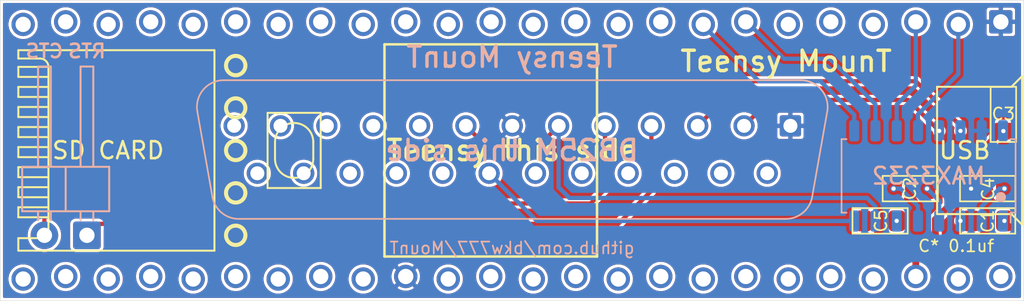
<source format=kicad_pcb>
(kicad_pcb (version 20171130) (host pcbnew 5.1.6-c6e7f7d~87~ubuntu20.04.1)
  (layers (0 F.Cu signal) (31 B.Cu signal) (34 B.Paste user hide) (35 F.Paste user hide) (36 B.SilkS user) (37 F.SilkS user) (38 B.Mask user) (39 F.Mask user hide) (44 Edge.Cuts user))
  (net 0 "")
  (net 1 GND)
  (net 2 "Net-(C1-Pad1)")
  (net 3 "Net-(C1-Pad2)")
  (net 4 "Net-(C2-Pad1)")
  (net 5 "Net-(C2-Pad2)")
  (net 6 "Net-(C4-Pad1)")
  (net 7 "Net-(C5-Pad1)")
  (net 8 +3V3)
  (net 9 /DTR_TTL)
  (net 10 /DSR_TTL)
  (net 11 /TX_TTL)
  (net 12 /RX_TTL)
  (net 13 /DTR_232)
  (net 14 /DCD_232)
  (net 15 /DSR_232)
  (net 16 /CTS_232)
  (net 17 /RTS_232)
  (net 18 /RX_232)
  (net 19 /TX_232)
  (module 0_LOCAL:Teensy_MounT_stagger_6mil (layer F.Cu) (at 147.32 96.52 180)
    (fp_text reference J1 hide)
    (fp_text value Teensy)
    (fp_line (start 29.5 5) (end 29.5 4.4) (layer F.SilkS) (width 0.12))
    (fp_line (start 29.5 3.8) (end 29.5 3.2) (layer F.SilkS) (width 0.12))
    (fp_line (start 29.5 2.6) (end 29.5 2) (layer F.SilkS) (width 0.12))
    (fp_line (start 29.5 1.4) (end 29.5 0.8) (layer F.SilkS) (width 0.12))
    (fp_line (start 29.5 0.2) (end 29.5 -0.4) (layer F.SilkS) (width 0.12))
    (fp_line (start 29.5 -1) (end 29.5 -1.6) (layer F.SilkS) (width 0.12))
    (fp_line (start 29.5 -2.2) (end 29.5 -2.8) (layer F.SilkS) (width 0.12))
    (fp_line (start 29.5 4.4) (end 27.7 4.4) (layer F.SilkS) (width 0.12))
    (fp_line (start 29.5 3.2) (end 27.7 3.2) (layer F.SilkS) (width 0.12))
    (fp_line (start 29.5 2) (end 27.7 2) (layer F.SilkS) (width 0.12))
    (fp_line (start 29.5 0.8) (end 27.7 0.8) (layer F.SilkS) (width 0.12))
    (fp_line (start 29.5 -0.4) (end 27.7 -0.4) (layer F.SilkS) (width 0.12))
    (fp_line (start 29.5 -1.6) (end 27.7 -1.6) (layer F.SilkS) (width 0.12))
    (fp_line (start 29.5 -2.8) (end 27.7 -2.8) (layer F.SilkS) (width 0.12))
    (fp_line (start 27.7 5) (end 29.5 5) (layer F.SilkS) (width 0.12))
    (fp_line (start 27.7 3.8) (end 29.5 3.8) (layer F.SilkS) (width 0.12))
    (fp_line (start 27.7 2.6) (end 29.5 2.6) (layer F.SilkS) (width 0.12))
    (fp_line (start 27.7 1.4) (end 29.5 1.4) (layer F.SilkS) (width 0.12))
    (fp_line (start 27.7 0.2) (end 29.5 0.2) (layer F.SilkS) (width 0.12))
    (fp_line (start 27.7 -1) (end 29.5 -1) (layer F.SilkS) (width 0.12))
    (fp_line (start 27.7 -2.2) (end 29.5 -2.2) (layer F.SilkS) (width 0.12))
    (fp_line (start 17.78 6) (end 17.78 -6) (layer F.SilkS) (width 0.12))
    (fp_line (start 29.5 -4) (end 27.7 -4) (layer F.SilkS) (width 0.12))
    (fp_line (start 27.7 -3.4) (end 29.5 -3.4) (layer F.SilkS) (width 0.12))
    (fp_line (start 29.5 -3.4) (end 29.5 -4) (layer F.SilkS) (width 0.12))
    (fp_line (start 27.7 -4.75) (end 27.7 5) (layer F.SilkS) (width 0.12))
    (fp_line (start 29.5 -6) (end 29.5 -5.25) (layer F.SilkS) (width 0.12))
    (fp_line (start 29.5 6) (end 29.5 5.5) (layer F.SilkS) (width 0.12))
    (fp_line (start 29.5 5.5) (end 28.2 5.5) (layer F.SilkS) (width 0.12))
    (fp_line (start 29.5 -5.25) (end 28.2 -5.25) (layer F.SilkS) (width 0.12))
    (fp_line (start -30.48 -4.445) (end -29.845 -3.81) (layer F.SilkS) (width 0.12))
    (fp_line (start -30.48 4.445) (end -29.845 3.81) (layer F.SilkS) (width 0.12))
    (fp_line (start -30.48 -4.445) (end -30.48 4.445) (layer F.SilkS) (width 0.12))
    (fp_line (start 7.62 6.35) (end 7.62 -6.35) (layer F.SilkS) (width 0.15))
    (fp_line (start -5.08 -6.35) (end -5.08 6.35) (layer F.SilkS) (width 0.15))
    (fp_line (start -5.08 6.35) (end 7.62 6.35) (layer F.SilkS) (width 0.15))
    (fp_line (start -5.08 -6.35) (end 7.62 -6.35) (layer F.SilkS) (width 0.15))
    (fp_line (start 29.5 -6) (end 17.78 -6) (layer F.SilkS) (width 0.12))
    (fp_line (start 17.78 6) (end 29.5 6) (layer F.SilkS) (width 0.12))
    (fp_line (start -25.4 3.81) (end -25.4 -3.81) (layer F.SilkS) (width 0.12))
    (fp_line (start -25.4 -3.81) (end -29.845 -3.81) (layer F.SilkS) (width 0.12))
    (fp_line (start -25.4 3.81) (end -29.845 3.81) (layer F.SilkS) (width 0.12))
    (fp_line (start 11.43 -2.25) (end 11.43 2.25) (layer F.SilkS) (width 0.12))
    (fp_line (start 11.43 2.25) (end 14.605 2.25) (layer F.SilkS) (width 0.12))
    (fp_line (start 14.605 2.25) (end 14.605 -2.25) (layer F.SilkS) (width 0.12))
    (fp_line (start 14.605 -2.25) (end 11.43 -2.25) (layer F.SilkS) (width 0.12))
    (fp_line (start 11.8745 -0.5) (end 11.8745 0.5) (layer F.SilkS) (width 0.12))
    (fp_line (start 14.1605 -0.5) (end 14.1605 0.5) (layer F.SilkS) (width 0.12))
    (fp_circle (center 16.51 -5.08) (end 17.08912 -5.08) (layer F.SilkS) (width 0.2413))
    (fp_circle (center 16.51 -2.54) (end 17.08912 -2.54) (layer F.SilkS) (width 0.2413))
    (fp_circle (center 16.51 0) (end 17.08912 0) (layer F.SilkS) (width 0.2413))
    (fp_circle (center 16.51 2.54) (end 17.08912 2.54) (layer F.SilkS) (width 0.2413))
    (fp_circle (center 16.51 5.08) (end 17.08912 5.08) (layer F.SilkS) (width 0.2413))
    (fp_arc (start 28.2 5) (end 27.7 5) (angle -90) (layer F.SilkS) (width 0.12))
    (fp_arc (start 28.2 -4.75) (end 28.2 -5.25) (angle -90) (layer F.SilkS) (width 0.12))
    (fp_arc (start 13.0175 0.5) (end 11.8745 0.5) (angle -180) (layer F.SilkS) (width 0.12))
    (fp_arc (start 13.0175 -0.5) (end 14.1605 -0.5) (angle -180) (layer F.SilkS) (width 0.12))
    (pad 17 thru_hole circle (at 11.43 7.6962 180) (size 1.397 1.397) (drill 0.9144) (layers *.Cu *.Mask))
    (pad 18 thru_hole circle (at 13.97 7.5438 180) (size 1.397 1.397) (drill 0.9144) (layers *.Cu *.Mask))
    (pad 19 thru_hole circle (at 16.51 7.6962 180) (size 1.397 1.397) (drill 0.9144) (layers *.Cu *.Mask))
    (pad 20 thru_hole circle (at 19.05 7.5438 180) (size 1.397 1.397) (drill 0.9144) (layers *.Cu *.Mask))
    (pad 16 thru_hole circle (at 8.89 7.5438 180) (size 1.397 1.397) (drill 0.9144) (layers *.Cu *.Mask))
    (pad 15 thru_hole circle (at 6.35 7.6962 180) (size 1.397 1.397) (drill 0.9144) (layers *.Cu *.Mask))
    (pad 14 thru_hole circle (at 3.81 7.5438 180) (size 1.397 1.397) (drill 0.9144) (layers *.Cu *.Mask))
    (pad 21 thru_hole circle (at 21.59 7.6962 180) (size 1.397 1.397) (drill 0.9144) (layers *.Cu *.Mask))
    (pad 22 thru_hole circle (at 24.13 7.5438 180) (size 1.397 1.397) (drill 0.9144) (layers *.Cu *.Mask))
    (pad 23 thru_hole circle (at 26.67 7.6962 180) (size 1.397 1.397) (drill 0.9144) (layers *.Cu *.Mask))
    (pad 24 thru_hole circle (at 29.21 7.5438 180) (size 1.397 1.397) (drill 0.9144) (layers *.Cu *.Mask))
    (pad 30 thru_hole circle (at 29.21 -7.6962 180) (size 1.397 1.397) (drill 0.9144) (layers *.Cu *.Mask))
    (pad 31 thru_hole circle (at 26.67 -7.5438 180) (size 1.397 1.397) (drill 0.9144) (layers *.Cu *.Mask))
    (pad 32 thru_hole circle (at 24.13 -7.6962 180) (size 1.397 1.397) (drill 0.9144) (layers *.Cu *.Mask))
    (pad 33 thru_hole circle (at 21.59 -7.5438 180) (size 1.397 1.397) (drill 0.9144) (layers *.Cu *.Mask))
    (pad 34 thru_hole circle (at 19.05 -7.6962 180) (size 1.397 1.397) (drill 0.9144) (layers *.Cu *.Mask))
    (pad 35 thru_hole circle (at 16.51 -7.5438 180) (size 1.397 1.397) (drill 0.9144) (layers *.Cu *.Mask))
    (pad 36 thru_hole circle (at 13.97 -7.6962 180) (size 1.397 1.397) (drill 0.9144) (layers *.Cu *.Mask))
    (pad 37 thru_hole circle (at 11.43 -7.5438 180) (size 1.397 1.397) (drill 0.9144) (layers *.Cu *.Mask))
    (pad 13 thru_hole circle (at 1.2446 7.6962 180) (size 1.397 1.397) (drill 0.9144) (layers *.Cu *.Mask))
    (pad 12 thru_hole circle (at -1.27 7.5438 180) (size 1.397 1.397) (drill 0.9144) (layers *.Cu *.Mask))
    (pad 11 thru_hole circle (at -3.81 7.6962 180) (size 1.397 1.397) (drill 0.9144) (layers *.Cu *.Mask))
    (pad 10 thru_hole circle (at -6.35 7.5438 180) (size 1.397 1.397) (drill 0.9144) (layers *.Cu *.Mask))
    (pad 9 thru_hole circle (at -8.89 7.6962 180) (size 1.397 1.397) (drill 0.9144) (layers *.Cu *.Mask))
    (pad 8 thru_hole circle (at -11.43 7.5438 180) (size 1.397 1.397) (drill 0.9144) (layers *.Cu *.Mask) (net 10 /DSR_TTL))
    (pad 7 thru_hole circle (at -13.97 7.6962 180) (size 1.397 1.397) (drill 0.9144) (layers *.Cu *.Mask) (net 9 /DTR_TTL))
    (pad 6 thru_hole circle (at -16.51 7.5438 180) (size 1.397 1.397) (drill 0.9144) (layers *.Cu *.Mask))
    (pad 5 thru_hole circle (at -19.05 7.6962 180) (size 1.397 1.397) (drill 0.9144) (layers *.Cu *.Mask))
    (pad 4 thru_hole circle (at -21.59 7.5438 180) (size 1.397 1.397) (drill 0.9144) (layers *.Cu *.Mask))
    (pad 3 thru_hole circle (at -24.13 7.6962 180) (size 1.397 1.397) (drill 0.9144) (layers *.Cu *.Mask) (net 11 /TX_TTL))
    (pad 2 thru_hole circle (at -26.67 7.5438 180) (size 1.397 1.397) (drill 0.9144) (layers *.Cu *.Mask) (net 12 /RX_TTL))
    (pad 1 thru_hole roundrect (at -29.21 7.6962 180) (size 1.397 1.397) (drill 0.9144) (layers *.Cu *.Mask) (roundrect_rratio 0.1) (net 1 GND))
    (pad 38 thru_hole circle (at 8.89 -7.6962 180) (size 1.397 1.397) (drill 0.9144) (layers *.Cu *.Mask))
    (pad 39 thru_hole circle (at 6.35 -7.5438 180) (size 1.397 1.397) (drill 0.9144) (layers *.Cu *.Mask) (net 1 GND))
    (pad 40 thru_hole circle (at 3.81 -7.6962 180) (size 1.397 1.397) (drill 0.9144) (layers *.Cu *.Mask))
    (pad 41 thru_hole circle (at 1.27 -7.5438 180) (size 1.397 1.397) (drill 0.9144) (layers *.Cu *.Mask))
    (pad 42 thru_hole circle (at -1.27 -7.6962 180) (size 1.397 1.397) (drill 0.9144) (layers *.Cu *.Mask))
    (pad 43 thru_hole circle (at -3.81 -7.5438 180) (size 1.397 1.397) (drill 0.9144) (layers *.Cu *.Mask))
    (pad 44 thru_hole circle (at -6.35 -7.6962 180) (size 1.397 1.397) (drill 0.9144) (layers *.Cu *.Mask))
    (pad 45 thru_hole circle (at -8.89 -7.5438 180) (size 1.397 1.397) (drill 0.9144) (layers *.Cu *.Mask))
    (pad 46 thru_hole circle (at -11.43 -7.6962 180) (size 1.397 1.397) (drill 0.9144) (layers *.Cu *.Mask))
    (pad 47 thru_hole circle (at -13.97 -7.5438 180) (size 1.397 1.397) (drill 0.9144) (layers *.Cu *.Mask))
    (pad 48 thru_hole circle (at -16.51 -7.6962 180) (size 1.397 1.397) (drill 0.9144) (layers *.Cu *.Mask))
    (pad 49 thru_hole circle (at -19.05 -7.5438 180) (size 1.397 1.397) (drill 0.9144) (layers *.Cu *.Mask))
    (pad 50 thru_hole circle (at -21.59 -7.6962 180) (size 1.397 1.397) (drill 0.9144) (layers *.Cu *.Mask))
    (pad 51 thru_hole circle (at -24.13 -7.5438 180) (size 1.397 1.397) (drill 0.9144) (layers *.Cu *.Mask) (net 8 +3V3))
    (pad 52 thru_hole circle (at -26.67 -7.6962 180) (size 1.397 1.397) (drill 0.9144) (layers *.Cu *.Mask))
    (pad 53 thru_hole circle (at -29.21 -7.5438 180) (size 1.397 1.397) (drill 0.9144) (layers *.Cu *.Mask))
  )
  (module 0_LOCAL:DSUB-25_Male_Vertical_P2.77x2.84mm (layer B.Cu) (at 163.957 95.0468 180)
    (fp_text reference J2 hide)
    (fp_text value DB25_Male)
    (fp_line (start -0.623194 2.73) (end 33.863194 2.73) (layer B.SilkS) (width 0.1))
    (fp_line (start 0.276073 -5.57) (end 32.963927 -5.57) (layer B.SilkS) (width 0.1))
    (fp_line (start 35.438887 0.852163) (end 34.539619 -4.247837) (layer B.SilkS) (width 0.1))
    (fp_line (start -2.198887 0.852163) (end -1.299619 -4.247837) (layer B.SilkS) (width 0.1))
    (fp_arc (start 32.963927 -3.97) (end 32.963927 -5.57) (angle 80) (layer B.SilkS) (width 0.1))
    (fp_arc (start 0.276073 -3.97) (end 0.276073 -5.57) (angle -80) (layer B.SilkS) (width 0.1))
    (fp_arc (start 33.863194 1.13) (end 33.863194 2.73) (angle -100) (layer B.SilkS) (width 0.1))
    (fp_arc (start -0.623194 1.13) (end -0.623194 2.73) (angle 100) (layer B.SilkS) (width 0.1))
    (pad 25 thru_hole circle (at 31.855 -2.84 180) (size 1.27 1.27) (drill 0.8382) (layers *.Cu *.Mask))
    (pad 24 thru_hole circle (at 29.085 -2.84 180) (size 1.27 1.27) (drill 0.8382) (layers *.Cu *.Mask))
    (pad 23 thru_hole circle (at 26.315 -2.84 180) (size 1.27 1.27) (drill 0.8382) (layers *.Cu *.Mask))
    (pad 22 thru_hole circle (at 23.545 -2.84 180) (size 1.27 1.27) (drill 0.8382) (layers *.Cu *.Mask))
    (pad 21 thru_hole circle (at 20.775 -2.84 180) (size 1.27 1.27) (drill 0.8382) (layers *.Cu *.Mask))
    (pad 20 thru_hole circle (at 18.005 -2.84 180) (size 1.27 1.27) (drill 0.8382) (layers *.Cu *.Mask) (net 13 /DTR_232))
    (pad 19 thru_hole circle (at 15.235 -2.84 180) (size 1.27 1.27) (drill 0.8382) (layers *.Cu *.Mask))
    (pad 18 thru_hole circle (at 12.465 -2.84 180) (size 1.27 1.27) (drill 0.8382) (layers *.Cu *.Mask))
    (pad 17 thru_hole circle (at 9.695 -2.84 180) (size 1.27 1.27) (drill 0.8382) (layers *.Cu *.Mask))
    (pad 16 thru_hole circle (at 6.925 -2.84 180) (size 1.27 1.27) (drill 0.8382) (layers *.Cu *.Mask))
    (pad 15 thru_hole circle (at 4.155 -2.84 180) (size 1.27 1.27) (drill 0.8382) (layers *.Cu *.Mask))
    (pad 14 thru_hole circle (at 1.385 -2.84 180) (size 1.27 1.27) (drill 0.8382) (layers *.Cu *.Mask))
    (pad 13 thru_hole circle (at 33.24 0 180) (size 1.27 1.27) (drill 0.8382) (layers *.Cu *.Mask))
    (pad 12 thru_hole circle (at 30.47 0 180) (size 1.27 1.27) (drill 0.8382) (layers *.Cu *.Mask))
    (pad 11 thru_hole circle (at 27.7 0 180) (size 1.27 1.27) (drill 0.8382) (layers *.Cu *.Mask))
    (pad 10 thru_hole circle (at 24.93 0 180) (size 1.27 1.27) (drill 0.8382) (layers *.Cu *.Mask))
    (pad 9 thru_hole circle (at 22.16 0 180) (size 1.27 1.27) (drill 0.8382) (layers *.Cu *.Mask))
    (pad 8 thru_hole circle (at 19.39 0 180) (size 1.27 1.27) (drill 0.8382) (layers *.Cu *.Mask) (net 14 /DCD_232))
    (pad 7 thru_hole circle (at 16.62 0 180) (size 1.27 1.27) (drill 0.8382) (layers *.Cu *.Mask) (net 1 GND))
    (pad 6 thru_hole circle (at 13.85 0 180) (size 1.27 1.27) (drill 0.8382) (layers *.Cu *.Mask) (net 15 /DSR_232))
    (pad 5 thru_hole circle (at 11.08 0 180) (size 1.27 1.27) (drill 0.8382) (layers *.Cu *.Mask) (net 16 /CTS_232))
    (pad 4 thru_hole circle (at 8.31 0 180) (size 1.27 1.27) (drill 0.8382) (layers *.Cu *.Mask) (net 17 /RTS_232))
    (pad 3 thru_hole circle (at 5.54 0 180) (size 1.27 1.27) (drill 0.8382) (layers *.Cu *.Mask) (net 18 /RX_232))
    (pad 2 thru_hole circle (at 2.77 0 180) (size 1.27 1.27) (drill 0.8382) (layers *.Cu *.Mask) (net 19 /TX_232))
    (pad 1 thru_hole roundrect (at 0 0 180) (size 1.27 1.27) (drill 0.8382) (layers *.Cu *.Mask) (roundrect_rratio 0.1) (net 1 GND))
  )
  (module 0_LOCAL:PinHeader_1x02_P2.54mm_Horizontal (layer B.Cu) (at 121.92 101.6 90)
    (fp_text reference JP1 hide)
    (fp_text value Jumper_2_Bridged)
    (fp_line (start 1.44 1.33) (end 1.44 -3.87) (layer B.SilkS) (width 0.12))
    (fp_line (start 1.44 -3.87) (end 4.1 -3.87) (layer B.SilkS) (width 0.12))
    (fp_line (start 4.1 -3.87) (end 4.1 1.33) (layer B.SilkS) (width 0.12))
    (fp_line (start 4.1 1.33) (end 1.44 1.33) (layer B.SilkS) (width 0.12))
    (fp_line (start 4.1 0.38) (end 10.1 0.38) (layer B.SilkS) (width 0.12))
    (fp_line (start 10.1 0.38) (end 10.1 -0.38) (layer B.SilkS) (width 0.12))
    (fp_line (start 10.1 -0.38) (end 4.1 -0.38) (layer B.SilkS) (width 0.12))
    (fp_line (start 0.9 0.38) (end 1.44 0.38) (layer B.SilkS) (width 0.12))
    (fp_line (start 0.9 -0.38) (end 1.44 -0.38) (layer B.SilkS) (width 0.12))
    (fp_line (start 1.44 -1.27) (end 4.1 -1.27) (layer B.SilkS) (width 0.12))
    (fp_line (start 4.1 -2.16) (end 10.1 -2.16) (layer B.SilkS) (width 0.12))
    (fp_line (start 10.1 -2.16) (end 10.1 -2.92) (layer B.SilkS) (width 0.12))
    (fp_line (start 10.1 -2.92) (end 4.1 -2.92) (layer B.SilkS) (width 0.12))
    (fp_line (start 0.9 -2.16) (end 1.44 -2.16) (layer B.SilkS) (width 0.12))
    (fp_line (start 0.9 -2.92) (end 1.44 -2.92) (layer B.SilkS) (width 0.12))
    (pad 2 thru_hole custom (at 0 -2.54 90) (size 1.651 1.651) (drill 0.9144) (layers *.Cu *.Mask) (net 16 /CTS_232) (options (clearance outline) (anchor circle)) (primitives))
    (pad 1 thru_hole roundrect (at 0 0 90) (size 1.651 1.651) (drill 0.9144) (layers *.Cu *.Mask) (roundrect_rratio 0.1) (net 17 /RTS_232))
  )
  (module 0_LOCAL:C_0805 (layer F.Cu) (at 169.3164 100.7364 180)
    (fp_text reference C5 (at -0.0508 0 90) (layer F.SilkS) (effects (font (size 0.7112 0.7112) (thickness 0.1016))))
    (fp_text value 0.1uf)
    (fp_line (start -1.651 -0.762) (end -1.651 0.762) (layer F.SilkS) (width 0.1016))
    (fp_line (start 1.651 -0.762) (end 1.651 0.762) (layer F.SilkS) (width 0.1016))
    (fp_line (start -1.651 0.762) (end 1.651 0.762) (layer F.SilkS) (width 0.1016))
    (fp_line (start 1.651 -0.762) (end -1.651 -0.762) (layer F.SilkS) (width 0.1016))
    (pad 1 smd roundrect (at -1 0 180) (size 1 1.25) (layers F.Cu F.Paste F.Mask) (net 7 "Net-(C5-Pad1)"))
    (pad 2 smd roundrect (at 1 0 180) (size 1 1.25) (layers F.Cu F.Paste F.Mask) (net 1 GND))
  )
  (module 0_LOCAL:C_0805 (layer F.Cu) (at 171.1198 98.806 180)
    (fp_text reference C2 (at 0.0254 0 90) (layer F.SilkS) (effects (font (size 0.7112 0.7112) (thickness 0.1016))))
    (fp_text value 0.1uf)
    (fp_line (start -1.651 -0.762) (end -1.651 0.762) (layer F.SilkS) (width 0.1016))
    (fp_line (start 1.651 -0.762) (end 1.651 0.762) (layer F.SilkS) (width 0.1016))
    (fp_line (start -1.651 0.762) (end 1.651 0.762) (layer F.SilkS) (width 0.1016))
    (fp_line (start 1.651 -0.762) (end -1.651 -0.762) (layer F.SilkS) (width 0.1016))
    (pad 1 smd roundrect (at -1 0 180) (size 1 1.25) (layers F.Cu F.Paste F.Mask) (net 4 "Net-(C2-Pad1)"))
    (pad 2 smd roundrect (at 1 0 180) (size 1 1.25) (layers F.Cu F.Paste F.Mask) (net 5 "Net-(C2-Pad2)"))
  )
  (module 0_LOCAL:C_0805 (layer F.Cu) (at 175.7426 100.7364 180)
    (fp_text reference C1 (at 0 -0.0254 90) (layer F.SilkS) (effects (font (size 0.7112 0.7112) (thickness 0.1016))))
    (fp_text value 0.1uf)
    (fp_line (start -1.651 -0.762) (end -1.651 0.762) (layer F.SilkS) (width 0.1016))
    (fp_line (start 1.651 -0.762) (end 1.651 0.762) (layer F.SilkS) (width 0.1016))
    (fp_line (start -1.651 0.762) (end 1.651 0.762) (layer F.SilkS) (width 0.1016))
    (fp_line (start 1.651 -0.762) (end -1.651 -0.762) (layer F.SilkS) (width 0.1016))
    (pad 1 smd roundrect (at -1 0 180) (size 1 1.25) (layers F.Cu F.Paste F.Mask) (net 2 "Net-(C1-Pad1)"))
    (pad 2 smd roundrect (at 1 0 180) (size 1 1.25) (layers F.Cu F.Paste F.Mask) (net 3 "Net-(C1-Pad2)"))
  )
  (module 0_LOCAL:C_0805 (layer F.Cu) (at 175.7426 98.806 180)
    (fp_text reference C4 (at -0.0254 -0.0254 90) (layer F.SilkS) (effects (font (size 0.7112 0.7112) (thickness 0.1016))))
    (fp_text value 0.1uf)
    (fp_line (start -1.651 -0.762) (end -1.651 0.762) (layer F.SilkS) (width 0.1016))
    (fp_line (start 1.651 -0.762) (end 1.651 0.762) (layer F.SilkS) (width 0.1016))
    (fp_line (start -1.651 0.762) (end 1.651 0.762) (layer F.SilkS) (width 0.1016))
    (fp_line (start 1.651 -0.762) (end -1.651 -0.762) (layer F.SilkS) (width 0.1016))
    (pad 1 smd roundrect (at -1 0 180) (size 1 1.25) (layers F.Cu F.Paste F.Mask) (net 6 "Net-(C4-Pad1)"))
    (pad 2 smd roundrect (at 1 0 180) (size 1 1.25) (layers F.Cu F.Paste F.Mask) (net 1 GND))
  )
  (module 0_LOCAL:C_0805 (layer F.Cu) (at 176.6824 94.361 90)
    (fp_text reference C3 (at 0.0254 0) (layer F.SilkS) (effects (font (size 0.7112 0.7112) (thickness 0.1016))))
    (fp_text value 0.1uf)
    (fp_line (start -1.651 -0.762) (end -1.651 0.762) (layer F.SilkS) (width 0.1016))
    (fp_line (start 1.651 -0.762) (end 1.651 0.762) (layer F.SilkS) (width 0.1016))
    (fp_line (start -1.651 0.762) (end 1.651 0.762) (layer F.SilkS) (width 0.1016))
    (fp_line (start 1.651 -0.762) (end -1.651 -0.762) (layer F.SilkS) (width 0.1016))
    (pad 1 smd roundrect (at -1 0 90) (size 1 1.25) (layers F.Cu F.Paste F.Mask) (net 8 +3V3))
    (pad 2 smd roundrect (at 1 0 90) (size 1 1.25) (layers F.Cu F.Paste F.Mask) (net 1 GND))
  )
  (module 0_LOCAL:NetTie-2_SMD_10 (layer F.Cu) (at 147.32 96.4692 180)
    (fp_text reference NT1 hide)
    (fp_text value Net-Tie_2)
    (fp_poly (pts (xy -0.254 -0.127) (xy 0.254 -0.127) (xy 0.254 0.127) (xy -0.254 0.127)) (layer F.Cu) (width 0))
    (pad 2 smd circle (at 0.254 0 180) (size 0.254 0.254) (layers F.Cu) (net 14 /DCD_232))
    (pad 1 smd circle (at -0.254 0 180) (size 0.254 0.254) (layers F.Cu) (net 15 /DSR_232))
  )
  (module 0_LOCAL:SOIC-16_W3.90mm (layer B.Cu) (at 172.212 98.044 180)
    (fp_text reference U1 hide)
    (fp_text value MAX3232 (at 0 0) (layer B.SilkS) (effects (justify mirror)))
    (fp_circle (center -4.318 -1.27) (end -4.1656 -1.27) (layer B.SilkS) (width 0.3048))
    (fp_line (start 5.2 2.2) (end 4.9 2.2) (layer B.SilkS) (width 0.1))
    (fp_line (start 4.9 -2.2) (end 5.2 -2.2) (layer B.SilkS) (width 0.1))
    (fp_line (start 5.2 -2.2) (end 5.2 2.2) (layer B.SilkS) (width 0.1))
    (fp_line (start -5.2 2.2) (end -5.2 -2.2) (layer B.SilkS) (width 0.1))
    (fp_line (start -5.2 -2.2) (end -4.9 -2.2) (layer B.SilkS) (width 0.1))
    (fp_line (start -4.9 -2.2) (end -4.9 -2.8) (layer B.SilkS) (width 0.1))
    (fp_line (start -4.9 2.2) (end -5.2 2.2) (layer B.SilkS) (width 0.1))
    (pad 16 smd roundrect (at -4.445 2.7 180) (size 0.6 1.27) (layers B.Cu B.Paste B.Mask) (net 8 +3V3))
    (pad 15 smd roundrect (at -3.175 2.7 180) (size 0.6 1.27) (layers B.Cu B.Paste B.Mask) (net 1 GND))
    (pad 14 smd roundrect (at -1.905 2.7 180) (size 0.6 1.27) (layers B.Cu B.Paste B.Mask) (net 18 /RX_232))
    (pad 13 smd roundrect (at -0.635 2.7 180) (size 0.6 1.27) (layers B.Cu B.Paste B.Mask) (net 19 /TX_232))
    (pad 12 smd roundrect (at 0.635 2.7 180) (size 0.6 1.27) (layers B.Cu B.Paste B.Mask) (net 12 /RX_TTL))
    (pad 11 smd roundrect (at 1.905 2.7 180) (size 0.6 1.27) (layers B.Cu B.Paste B.Mask) (net 11 /TX_TTL))
    (pad 10 smd roundrect (at 3.175 2.7 180) (size 0.6 1.27) (layers B.Cu B.Paste B.Mask) (net 9 /DTR_TTL))
    (pad 9 smd roundrect (at 4.445 2.7 180) (size 0.6 1.27) (layers B.Cu B.Paste B.Mask) (net 10 /DSR_TTL))
    (pad 8 smd roundrect (at 4.445 -2.7 180) (size 0.6 1.27) (layers B.Cu B.Paste B.Mask) (net 13 /DTR_232))
    (pad 7 smd roundrect (at 3.175 -2.7 180) (size 0.6 1.27) (layers B.Cu B.Paste B.Mask) (net 15 /DSR_232))
    (pad 6 smd roundrect (at 1.905 -2.7 180) (size 0.6 1.27) (layers B.Cu B.Paste B.Mask) (net 7 "Net-(C5-Pad1)"))
    (pad 5 smd roundrect (at 0.635 -2.7 180) (size 0.6 1.27) (layers B.Cu B.Paste B.Mask) (net 5 "Net-(C2-Pad2)"))
    (pad 4 smd roundrect (at -0.635 -2.7 180) (size 0.6 1.27) (layers B.Cu B.Paste B.Mask) (net 4 "Net-(C2-Pad1)"))
    (pad 3 smd roundrect (at -1.905 -2.7 180) (size 0.6 1.27) (layers B.Cu B.Paste B.Mask) (net 3 "Net-(C1-Pad2)"))
    (pad 2 smd roundrect (at -3.175 -2.7 180) (size 0.6 1.27) (layers B.Cu B.Paste B.Mask) (net 6 "Net-(C4-Pad1)"))
    (pad 1 smd roundrect (at -4.445 -2.7 180) (size 0.6 1.27) (layers B.Cu B.Paste B.Mask) (net 2 "Net-(C1-Pad1)"))
  )
  (gr_text USB (at 174.371 96.52) (layer F.SilkS) (effects (font (size 1.016 1.016) (thickness 0.1524))))
  (gr_text "SD CARD" (at 123.19 96.52) (layer F.SilkS) (effects (font (size 1.016 1.016) (thickness 0.1524))))
  (gr_text "Teensy MounT" (at 163.703 91.186) (layer F.SilkS) (effects (font (size 1.2192 1.2192) (thickness 0.2032))))
  (gr_line (start 177.9016 105.5116) (end 177.9016 87.5284) (layer Edge.Cuts) (width 0.0254))
  (gr_line (start 116.7384 105.5116) (end 177.9016 105.5116) (layer Edge.Cuts) (width 0.0254))
  (gr_line (start 116.7384 87.5284) (end 116.7384 105.5116) (layer Edge.Cuts) (width 0.0254))
  (gr_line (start 177.9016 87.5284) (end 116.7384 87.5284) (layer Edge.Cuts) (width 0.0254))
  (gr_text CTS (at 119.38 90.5764) (layer B.SilkS) (effects (font (size 0.8128 0.8128) (thickness 0.1524)) (justify mirror)))
  (gr_text RTS (at 121.92 90.5764) (layer B.SilkS) (effects (font (size 0.8128 0.8128) (thickness 0.1524)) (justify mirror)))
  (gr_text "DB25M this side" (at 147.32 96.52) (layer B.SilkS) (effects (font (size 1.2192 1.2192) (thickness 0.2032)) (justify mirror)))
  (gr_text "Teensy this side" (at 147.32 96.52) (layer F.SilkS) (effects (font (size 1.2192 1.2192) (thickness 0.2032))))
  (gr_text "Teensy MounT" (at 147.32 90.932) (layer B.SilkS) (effects (font (size 1.2192 1.2192) (thickness 0.2032)) (justify mirror)))
  (gr_text github.com/bkw777/MounT (at 147.32 102.362) (layer B.SilkS) (effects (font (size 0.7112 0.7112) (thickness 0.1016)) (justify mirror)))
  (gr_text "C* 0.1uf" (at 173.863 102.235) (layer F.SilkS) (effects (font (size 0.7112 0.7112) (thickness 0.1016))))
  (via (at 174.752 98.806) (size 0.4064) (drill 0.254) (layers F.Cu B.Cu) (net 1))
  (via (at 176.7426 100.7364) (size 0.4064) (drill 0.254) (layers F.Cu B.Cu) (net 2))
  (segment (start 174.117 100.7364) (end 174.7426 100.7364) (width 0.4064) (layer F.Cu) (net 3))
  (via (at 174.117 100.7364) (size 0.4064) (drill 0.254) (layers F.Cu B.Cu) (net 3))
  (via (at 172.1198 98.806) (size 0.4064) (drill 0.254) (layers F.Cu B.Cu) (net 4))
  (segment (start 172.847 99.5332) (end 172.847 100.744) (width 0.254) (layer B.Cu) (net 4))
  (segment (start 172.1198 98.806) (end 172.847 99.5332) (width 0.254) (layer B.Cu) (net 4))
  (via (at 170.1198 98.806) (size 0.4064) (drill 0.254) (layers F.Cu B.Cu) (net 5))
  (segment (start 171.577 99.8474) (end 171.577 100.744) (width 0.254) (layer B.Cu) (net 5))
  (segment (start 170.5356 98.806) (end 171.577 99.8474) (width 0.254) (layer B.Cu) (net 5))
  (segment (start 170.1198 98.806) (end 170.5356 98.806) (width 0.254) (layer B.Cu) (net 5))
  (via (at 176.7426 98.806) (size 0.4064) (drill 0.254) (layers F.Cu B.Cu) (net 6))
  (segment (start 175.387 99.8728) (end 175.387 100.744) (width 0.254) (layer B.Cu) (net 6))
  (segment (start 176.4538 98.806) (end 175.387 99.8728) (width 0.254) (layer B.Cu) (net 6))
  (segment (start 176.7426 98.806) (end 176.4538 98.806) (width 0.254) (layer B.Cu) (net 6))
  (via (at 170.307 100.7364) (size 0.4064) (drill 0.254) (layers F.Cu B.Cu) (net 7))
  (via (at 176.6824 95.361) (size 0.4064) (drill 0.254) (layers F.Cu B.Cu) (net 8))
  (segment (start 175.006 96.9264) (end 176.5808 95.3516) (width 0.4064) (layer F.Cu) (net 8))
  (segment (start 174.0662 96.9264) (end 175.006 96.9264) (width 0.4064) (layer F.Cu) (net 8))
  (segment (start 173.4312 97.5614) (end 174.0662 96.9264) (width 0.4064) (layer F.Cu) (net 8))
  (segment (start 176.5808 95.3516) (end 176.6664 95.3516) (width 0.4064) (layer F.Cu) (net 8))
  (segment (start 172.6184 101.5492) (end 172.6184 100.6475) (width 0.4064) (layer F.Cu) (net 8))
  (segment (start 172.6184 100.6475) (end 173.4312 99.8347) (width 0.4064) (layer F.Cu) (net 8))
  (segment (start 171.45 102.7176) (end 172.6184 101.5492) (width 0.4064) (layer F.Cu) (net 8))
  (segment (start 173.4312 99.8347) (end 173.4312 97.5614) (width 0.4064) (layer F.Cu) (net 8))
  (segment (start 171.45 103.9876) (end 171.45 102.7176) (width 0.4064) (layer F.Cu) (net 8))
  (segment (start 169.037 93.7514) (end 169.037 95.344) (width 0.254) (layer B.Cu) (net 9))
  (segment (start 166.3192 91.0336) (end 169.037 93.7514) (width 0.254) (layer B.Cu) (net 9))
  (segment (start 163.576 91.0336) (end 166.3192 91.0336) (width 0.254) (layer B.Cu) (net 9))
  (segment (start 161.29 88.7476) (end 163.576 91.0336) (width 0.254) (layer B.Cu) (net 9))
  (segment (start 167.767 94.3864) (end 167.767 95.344) (width 0.254) (layer B.Cu) (net 10))
  (segment (start 165.7604 92.3798) (end 167.767 94.3864) (width 0.254) (layer B.Cu) (net 10))
  (segment (start 162.0774 92.3798) (end 165.7604 92.3798) (width 0.254) (layer B.Cu) (net 10))
  (segment (start 158.75 89.0524) (end 162.0774 92.3798) (width 0.254) (layer B.Cu) (net 10))
  (segment (start 170.307 93.7768) (end 170.307 95.344) (width 0.254) (layer B.Cu) (net 11))
  (segment (start 171.45 92.6338) (end 170.307 93.7768) (width 0.254) (layer B.Cu) (net 11))
  (segment (start 171.45 88.7476) (end 171.45 92.6338) (width 0.254) (layer B.Cu) (net 11))
  (segment (start 173.99 91.948) (end 173.99 89.0524) (width 0.254) (layer B.Cu) (net 12))
  (segment (start 171.577 94.361) (end 173.99 91.948) (width 0.254) (layer B.Cu) (net 12))
  (segment (start 171.577 95.344) (end 171.577 94.361) (width 0.254) (layer B.Cu) (net 12))
  (segment (start 148.8092 100.744) (end 145.952 97.8868) (width 0.254) (layer B.Cu) (net 13))
  (segment (start 167.767 100.744) (end 148.8092 100.744) (width 0.254) (layer B.Cu) (net 13))
  (segment (start 145.9894 96.4692) (end 144.567 95.0468) (width 0.254) (layer F.Cu) (net 14))
  (segment (start 147.066 96.4692) (end 145.9894 96.4692) (width 0.254) (layer F.Cu) (net 14))
  (segment (start 148.6846 96.4692) (end 150.107 95.0468) (width 0.254) (layer F.Cu) (net 15))
  (segment (start 147.574 96.4692) (end 148.6846 96.4692) (width 0.254) (layer F.Cu) (net 15))
  (segment (start 150.107 98.7228) (end 150.107 95.0468) (width 0.254) (layer B.Cu) (net 15))
  (segment (start 150.749 99.3648) (end 150.107 98.7228) (width 0.254) (layer B.Cu) (net 15))
  (segment (start 168.529 99.3648) (end 150.749 99.3648) (width 0.254) (layer B.Cu) (net 15))
  (segment (start 169.037 99.8728) (end 168.529 99.3648) (width 0.254) (layer B.Cu) (net 15))
  (segment (start 169.037 100.744) (end 169.037 99.8728) (width 0.254) (layer B.Cu) (net 15))
  (segment (start 152.019 99.695) (end 120.1674 99.695) (width 0.254) (layer F.Cu) (net 16))
  (segment (start 119.38 100.4824) (end 119.38 101.6) (width 0.254) (layer F.Cu) (net 16))
  (segment (start 152.877 98.837) (end 152.019 99.695) (width 0.254) (layer F.Cu) (net 16))
  (segment (start 120.1674 99.695) (end 119.38 100.4824) (width 0.254) (layer F.Cu) (net 16))
  (segment (start 152.877 95.0468) (end 152.877 98.837) (width 0.254) (layer F.Cu) (net 16))
  (segment (start 122.6058 100.9142) (end 121.92 101.6) (width 0.254) (layer F.Cu) (net 17))
  (segment (start 153.67 100.9142) (end 122.6058 100.9142) (width 0.254) (layer F.Cu) (net 17))
  (segment (start 155.647 98.9372) (end 153.67 100.9142) (width 0.254) (layer F.Cu) (net 17))
  (segment (start 155.647 95.0468) (end 155.647 98.9372) (width 0.254) (layer F.Cu) (net 17))
  (via (at 174.117 95.3516) (size 0.4064) (drill 0.254) (layers F.Cu B.Cu) (net 18))
  (segment (start 174.117 95.0468) (end 174.117 95.3516) (width 0.254) (layer F.Cu) (net 18))
  (segment (start 171.45 92.3798) (end 174.117 95.0468) (width 0.254) (layer F.Cu) (net 18))
  (segment (start 161.084 92.3798) (end 171.45 92.3798) (width 0.254) (layer F.Cu) (net 18))
  (segment (start 158.417 95.0468) (end 161.084 92.3798) (width 0.254) (layer F.Cu) (net 18))
  (via (at 172.847 95.3516) (size 0.4064) (drill 0.254) (layers F.Cu B.Cu) (net 19))
  (segment (start 162.7364 93.4974) (end 161.187 95.0468) (width 0.254) (layer F.Cu) (net 19))
  (segment (start 170.9928 93.4974) (end 162.7364 93.4974) (width 0.254) (layer F.Cu) (net 19))
  (segment (start 172.847 95.3516) (end 170.9928 93.4974) (width 0.254) (layer F.Cu) (net 19))
  (zone (net 1) (net_name GND) (layer F.Cu) (connect_pads (clearance 0.1524)) (min_thickness 0.1524) (fill yes (arc_segments 32) (thermal_gap 0.1524) (thermal_bridge_width 0.254) (smoothing fillet) (radius 0.0762))
    (polygon (pts (xy 177.9016 105.5116) (xy 116.7384 105.5116) (xy 116.7384 87.5284) (xy 177.9016 87.5284)))
  )
  (zone (net 1) (net_name GND) (layer B.Cu) (connect_pads (clearance 0.1524)) (min_thickness 0.1524) (fill yes (arc_segments 32) (thermal_gap 0.1524) (thermal_bridge_width 0.254) (smoothing fillet) (radius 0.0762))
    (polygon (pts (xy 177.9016 105.5116) (xy 116.7384 105.5116) (xy 116.7384 87.5284) (xy 177.9016 87.5284)))
  )
)
</source>
